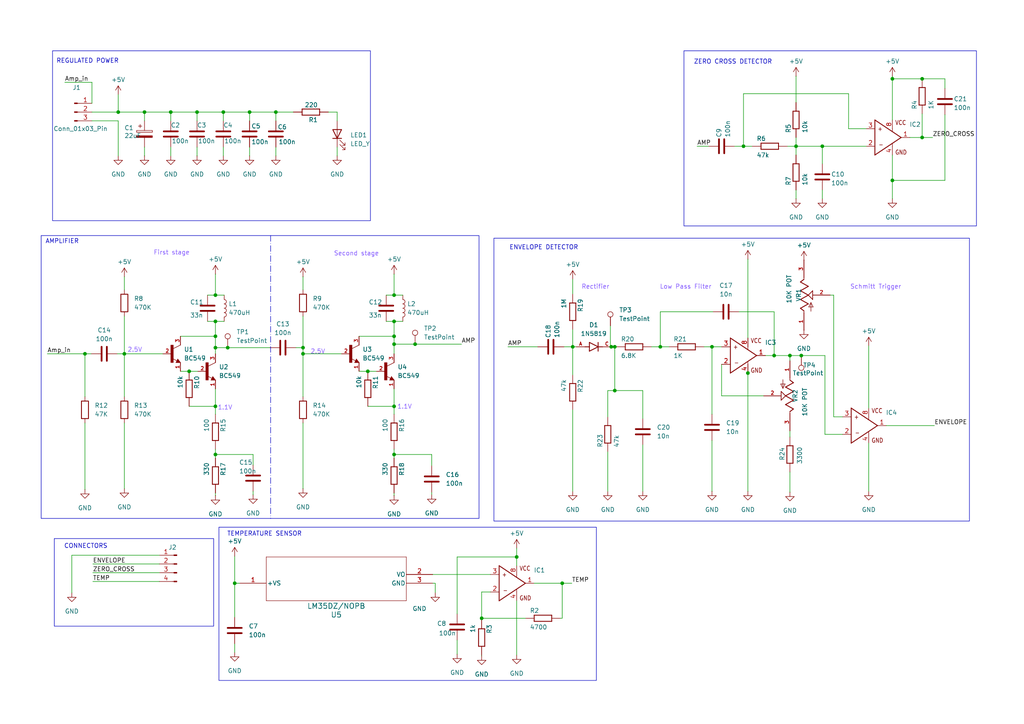
<source format=kicad_sch>
(kicad_sch (version 20231120) (generator "eeschema") (generator_version "8.0")
  (paper "A4")
  (title_block (title "Analog Board") (date "2024-10-18") (rev "V1.0") (company "University of Cape Town") (comment 1 "@Author Dylan Kuming"))
  (lib_symbols
    (symbol "1N5819:1N5819" (pin_names (offset 1.016))
      (property "Reference" "D" (at -5.08 2.54 0))
      (property "Value" "1N5819" (at -5.08 -3.81 0))
      (symbol "1N5819_0_0"
        (pin passive line (at -5.08 0 0) (length 2.54) (name "~") (number "A"))
        (pin passive line (at 5.08 0 180) (length 2.54) (name "~") (number "C"))
      )
    )
    (symbol "2024-08-28_08-38-20:LM35DZ_NOPB" (pin_names (offset 0.254))
      (property "Reference" "U" (at 27.94 10.16 0))
      (property "Value" "LM35DZ/NOPB" (at 27.94 7.62 0))
      (symbol "LM35DZ_NOPB_0_1"
        (pin input line (at 0 0 0) (length 7.62) (name "+VS") (number "1"))
        (pin passive line (at 55.88 -2.54 180) (length 7.62) (name "VO") (number "2"))
        (pin output line (at 55.88 0 180) (length 7.62) (name "GND") (number "3"))
      )
    )
    (symbol "3362P-1-503LF:3362P-1-503LF" (pin_names (offset 1.016))
      (property "Reference" "VR" (at -10.1818 2.5465 0))
      (property "Value" "3362P-1-503LF" (at -10.1645 -7.6423 0))
      (symbol "3362P-1-503LF_0_0"
        (pin passive line (at -10.16 0 0) (length 5.08) (name "~") (number "1"))
        (pin passive line (at 0 -7.62 90) (length 5.08) (name "~") (number "2"))
        (pin passive line (at 10.16 0 180) (length 5.08) (name "~") (number "3"))
      )
    )
    (symbol "Anemometer-eagle-import:RESISTORR0805"
      (property "Reference" "R" (at -3.81 1.4986 0))
      (symbol "RESISTORR0805_1_0"
        (pin passive line (at -5.08 0 0) (length 2.54) (name "1") (number "1"))
        (pin passive line (at 5.08 0 180) (length 2.54) (name "2") (number "2"))
      )
    )
    (symbol "BC549:BC549" (pin_names (offset 1.016))
      (property "Reference" "U" (at 2.54 0.508 0))
      (property "Value" "BC549" (at 2.54 -0.508 0))
      (symbol "BC549_0_0"
        (pin passive line (at 2.54 -5.08 90) (length 2.54) (name "~") (number "1"))
        (pin passive line (at -2.54 0 0) (length 2.54) (name "~") (number "2"))
        (pin passive line (at 2.54 5.08 270) (length 2.54) (name "~") (number "3"))
      )
    )
    (symbol "Connector:Conn_01x03_Pin" (pin_names (offset 1.016) hide)
      (property "Reference" "J" (at 0 5.08 0))
      (property "Value" "Conn_01x03_Pin" (at 0 -5.08 0))
      (symbol "Conn_01x03_Pin_1_1"
        (pin passive line (at 5.08 2.54 180) (length 3.81) (name "Pin_1") (number "1"))
        (pin passive line (at 5.08 0 180) (length 3.81) (name "Pin_2") (number "2"))
        (pin passive line (at 5.08 -2.54 180) (length 3.81) (name "Pin_3") (number "3"))
      )
    )
    (symbol "Connector:Conn_01x04_Pin" (pin_names (offset 1.016) hide)
      (property "Reference" "J" (at 0 5.08 0))
      (property "Value" "Conn_01x04_Pin" (at 0 -7.62 0))
      (symbol "Conn_01x04_Pin_1_1"
        (pin passive line (at 5.08 2.54 180) (length 3.81) (name "Pin_1") (number "1"))
        (pin passive line (at 5.08 0 180) (length 3.81) (name "Pin_2") (number "2"))
        (pin passive line (at 5.08 -2.54 180) (length 3.81) (name "Pin_3") (number "3"))
        (pin passive line (at 5.08 -5.08 180) (length 3.81) (name "Pin_4") (number "4"))
      )
    )
    (symbol "Connector:TestPoint" (pin_numbers hide) (pin_names (offset 0.762) hide)
      (property "Reference" "TP" (at 0 6.858 0))
      (property "Value" "TestPoint" (at 0 5.08 0))
      (symbol "TestPoint_1_1"
        (pin passive line (at 0 0 90) (length 2.54) (name "1") (number "1"))
      )
    )
    (symbol "Device:C" (pin_numbers hide) (pin_names (offset 0.254))
      (property "Reference" "C" (at 0.635 2.54 0))
      (property "Value" "C" (at 0.635 -2.54 0))
      (symbol "C_1_1"
        (pin passive line (at 0 3.81 270) (length 2.794) (name "~") (number "1"))
        (pin passive line (at 0 -3.81 90) (length 2.794) (name "~") (number "2"))
      )
    )
    (symbol "Device:C_Polarized" (pin_numbers hide) (pin_names (offset 0.254))
      (property "Reference" "C" (at 0.635 2.54 0))
      (property "Value" "C_Polarized" (at 0.635 -2.54 0))
      (symbol "C_Polarized_1_1"
        (pin passive line (at 0 3.81 270) (length 2.794) (name "~") (number "1"))
        (pin passive line (at 0 -3.81 90) (length 2.794) (name "~") (number "2"))
      )
    )
    (symbol "Device:L" (pin_numbers hide) (pin_names (offset 1.016) hide)
      (property "Reference" "L" (at -1.27 0 90))
      (property "Value" "L" (at 1.905 0 90))
      (symbol "L_1_1"
        (pin passive line (at 0 3.81 270) (length 1.27) (name "1") (number "1"))
        (pin passive line (at 0 -3.81 90) (length 1.27) (name "2") (number "2"))
      )
    )
    (symbol "Device:LED" (pin_numbers hide) (pin_names (offset 1.016) hide)
      (property "Reference" "D" (at 0 2.54 0))
      (property "Value" "LED" (at 0 -2.54 0))
      (symbol "LED_1_1"
        (pin passive line (at -3.81 0 0) (length 2.54) (name "K") (number "1"))
        (pin passive line (at 3.81 0 180) (length 2.54) (name "A") (number "2"))
      )
    )
    (symbol "Device:R" (pin_numbers hide) (pin_names (offset 0))
      (property "Reference" "R" (at 2.032 0 90))
      (property "Value" "R" (at 0 0 90))
      (symbol "R_1_1"
        (pin passive line (at 0 3.81 270) (length 1.27) (name "~") (number "1"))
        (pin passive line (at 0 -3.81 90) (length 1.27) (name "~") (number "2"))
      )
    )
    (symbol "MCP6541_2"
      (property "Reference" "IC1" (at 6.604 3.7786 0))
      (symbol "MCP6541_2_1_0"
        (text "+" (at -4.318 1.778 0) (effects (font (size 1.27 1.0795)) (justify left bottom)))
        (text "-" (at -4.064 -2.794 0) (effects (font (size 1.27 1.0795)) (justify left bottom)))
        (text "GND" (at 0.762 -3.556 0) (effects (font (size 1.27 1.0795)) (justify left top)))
        (text "VCC" (at 0.762 3.556 0) (effects (font (size 1.27 1.0795)) (justify left bottom)))
        (pin output line (at 5.08 0 180) (length 2.54) (name "VOUT") (number "1"))
        (pin input line (at -7.62 -2.54 0) (length 2.54) (name "VIN-") (number "2"))
        (pin input line (at -7.62 2.54 0) (length 2.54) (name "VIN+") (number "3"))
        (pin input line (at 0 -5.08 90) (length 2.54) (name "GND") (number "4"))
        (pin input line (at 0 5.08 270) (length 2.54) (name "VCC") (number "8"))
      )
    )
    (symbol "power:GND" (power) (pin_numbers hide) (pin_names (offset 0) hide)
      (property "Value" "GND" (at 0 -3.81 0))
      (symbol "GND_1_1"
        (pin power_in line (at 0 0 270) (length 0) (name "~") (number "1"))
      )
    )
    (symbol "power:VCC" (power) (pin_numbers hide) (pin_names (offset 0) hide)
      (property "Value" "VCC" (at 0 3.556 0))
      (symbol "VCC_1_1"
        (pin power_in line (at 0 0 90) (length 0) (name "~") (number "1"))
      )
    )
  )
  (junction (at 54.864 107.696))
  (junction (at 66.04 100.838))
  (junction (at 238.506 42.418))
  (junction (at 62.484 85.598))
  (junction (at 114.3 131.826))
  (junction (at 114.3 93.218))
  (junction (at 229.108 103.124))
  (junction (at 191.516 100.584))
  (junction (at 62.484 131.826))
  (junction (at 163.068 169.164))
  (junction (at 114.3 99.822))
  (junction (at 177.292 100.584))
  (junction (at 114.3 85.598))
  (junction (at 106.68 107.696))
  (junction (at 216.916 108.204))
  (junction (at 41.91 32.512))
  (junction (at 72.39 32.512))
  (junction (at 258.826 52.324))
  (junction (at 36.068 102.616))
  (junction (at 224.536 103.124))
  (junction (at 258.826 22.86))
  (junction (at 114.3 97.536))
  (junction (at 87.884 102.616))
  (junction (at 87.884 100.838))
  (junction (at 24.638 102.616))
  (junction (at 49.53 32.512))
  (junction (at 178.308 113.284))
  (junction (at 206.502 100.584))
  (junction (at 62.484 100.838))
  (junction (at 34.29 32.512))
  (junction (at 215.646 42.418))
  (junction (at 166.116 100.584))
  (junction (at 62.484 117.856))
  (junction (at 62.484 93.218))
  (junction (at 230.886 42.418))
  (junction (at 178.308 100.584))
  (junction (at 267.462 39.878))
  (junction (at 120.396 99.822))
  (junction (at 232.41 103.124))
  (junction (at 64.77 32.512))
  (junction (at 114.3 117.856))
  (junction (at 267.462 22.86))
  (junction (at 68.072 169.164))
  (junction (at 57.15 32.512))
  (junction (at 62.484 97.536))
  (junction (at 139.7 179.324))
  (junction (at 80.01 32.512))
  (junction (at 149.86 161.544))
  (wire (pts (xy 232.41 103.124) (xy 239.268 103.124)) (stroke (width 0.1524)))
  (wire (pts (xy 149.86 189.992) (xy 149.86 174.244)) (stroke (width 0.1524)))
  (wire (pts (xy 206.502 127.762) (xy 206.502 142.494)))
  (wire (pts (xy 26.162 161.036) (xy 46.228 161.036)) (stroke (width 0.1524)))
  (wire (pts (xy 104.14 107.696) (xy 106.68 107.696)))
  (wire (pts (xy 60.198 93.218) (xy 62.484 93.218)))
  (wire (pts (xy 49.53 45.212) (xy 49.53 42.672)) (stroke (width 0.1524)))
  (wire (pts (xy 72.39 32.512) (xy 80.01 32.512)) (stroke (width 0.1524)))
  (wire (pts (xy 112.014 93.218) (xy 114.3 93.218)))
  (wire (pts (xy 41.91 35.052) (xy 41.91 32.512)) (stroke (width 0.1524)))
  (wire (pts (xy 68.072 161.29) (xy 68.072 169.164)))
  (wire (pts (xy 106.68 117.856) (xy 114.3 117.856)) (stroke (width 0.1524)))
  (wire (pts (xy 62.484 93.218) (xy 62.484 97.536)))
  (wire (pts (xy 215.646 27.178) (xy 246.126 27.178)) (stroke (width 0.1524)))
  (wire (pts (xy 72.39 45.212) (xy 72.39 42.672)) (stroke (width 0.1524)))
  (wire (pts (xy 114.3 131.826) (xy 114.3 132.842)) (stroke (width 0.1524)))
  (wire (pts (xy 215.646 42.418) (xy 215.646 27.178)) (stroke (width 0.1524)))
  (wire (pts (xy 132.588 161.544) (xy 149.86 161.544)) (stroke (width 0.1524)))
  (wire (pts (xy 60.198 85.598) (xy 62.484 85.598)))
  (wire (pts (xy 178.308 100.584) (xy 178.816 100.584)))
  (wire (pts (xy 36.068 102.616) (xy 47.244 102.616)))
  (wire (pts (xy 41.91 42.672) (xy 41.91 45.212)) (stroke (width 0.1524)))
  (wire (pts (xy 114.3 131.826) (xy 125.222 131.826)) (stroke (width 0.1524)))
  (wire (pts (xy 125.476 166.624) (xy 142.24 166.624)))
  (wire (pts (xy 186.436 129.032) (xy 186.436 142.494)))
  (wire (pts (xy 238.506 57.658) (xy 238.506 55.118)) (stroke (width 0.1524)))
  (wire (pts (xy 230.886 42.418) (xy 230.886 39.878)) (stroke (width 0.1524)))
  (wire (pts (xy 57.15 45.212) (xy 57.15 42.672)) (stroke (width 0.1524)))
  (wire (pts (xy 218.186 42.418) (xy 215.646 42.418)) (stroke (width 0.1524)))
  (wire (pts (xy 206.756 90.424) (xy 191.516 90.424)) (stroke (width 0.1524)))
  (wire (pts (xy 229.108 103.124) (xy 232.41 103.124)) (stroke (width 0.1524)))
  (wire (pts (xy 72.39 35.052) (xy 72.39 32.512)) (stroke (width 0.1524)))
  (wire (pts (xy 62.484 143.002) (xy 62.484 143.764)))
  (wire (pts (xy 87.884 122.682) (xy 87.884 141.732)))
  (wire (pts (xy 206.502 100.584) (xy 209.296 100.584)) (stroke (width 0.1524)))
  (wire (pts (xy 166.116 100.584) (xy 167.132 100.584)) (stroke (width 0.1524)))
  (wire (pts (xy 80.01 32.512) (xy 85.09 32.512)) (stroke (width 0.1524)))
  (wire (pts (xy 241.808 85.598) (xy 241.808 120.904)))
  (wire (pts (xy 26.924 163.576) (xy 46.228 163.576)) (stroke (width 0.1524)))
  (wire (pts (xy 62.484 120.142) (xy 62.484 117.856)))
  (wire (pts (xy 216.916 98.044) (xy 216.916 75.184)) (stroke (width 0.1524)))
  (wire (pts (xy 62.484 131.826) (xy 62.484 132.842)) (stroke (width 0.1524)))
  (wire (pts (xy 34.29 27.432) (xy 34.29 32.512)) (stroke (width 0.1524)))
  (wire (pts (xy 191.516 100.584) (xy 194.056 100.584)) (stroke (width 0.1524)))
  (wire (pts (xy 178.308 113.284) (xy 176.276 113.284)) (stroke (width 0.1524)))
  (wire (pts (xy 206.502 100.584) (xy 206.502 120.142)))
  (wire (pts (xy 238.506 42.418) (xy 251.206 42.418)) (stroke (width 0.1524)))
  (wire (pts (xy 251.968 128.524) (xy 251.968 142.494)))
  (wire (pts (xy 258.826 44.958) (xy 258.826 52.324)) (stroke (width 0.1524)))
  (wire (pts (xy 87.884 91.694) (xy 87.884 100.838)))
  (wire (pts (xy 152.4 179.324) (xy 139.7 179.324)) (stroke (width 0.1524)))
  (wire (pts (xy 191.516 90.424) (xy 191.516 100.584)) (stroke (width 0.1524)))
  (wire (pts (xy 20.828 161.036) (xy 26.162 161.036)))
  (wire (pts (xy 274.066 33.274) (xy 274.066 52.324)) (stroke (width 0.1524)))
  (wire (pts (xy 54.864 107.696) (xy 57.404 107.696)))
  (wire (pts (xy 73.406 142.494) (xy 73.406 143.51)))
  (wire (pts (xy 139.7 189.992) (xy 139.7 190.246)))
  (wire (pts (xy 267.462 33.02) (xy 267.462 39.878)))
  (wire (pts (xy 62.484 100.838) (xy 66.04 100.838)))
  (wire (pts (xy 62.484 93.218) (xy 65.024 93.218)))
  (wire (pts (xy 221.488 114.808) (xy 209.296 114.808)))
  (wire (pts (xy 178.816 100.584) (xy 178.308 100.584)) (stroke (width 0.1524)))
  (wire (pts (xy 162.56 179.324) (xy 163.068 179.324)) (stroke (width 0.1524)))
  (wire (pts (xy 114.3 117.856) (xy 114.3 112.776)) (stroke (width 0.1524)))
  (wire (pts (xy 258.826 22.86) (xy 267.462 22.86)))
  (wire (pts (xy 176.276 120.904) (xy 176.276 113.284)) (stroke (width 0.1524)))
  (wire (pts (xy 62.484 79.502) (xy 62.484 85.598)))
  (wire (pts (xy 34.29 35.052) (xy 26.67 35.052)) (stroke (width 0.1524)))
  (wire (pts (xy 178.308 113.284) (xy 186.436 113.284)) (stroke (width 0.1524)))
  (wire (pts (xy 114.3 120.142) (xy 114.3 117.856)))
  (wire (pts (xy 120.396 99.822) (xy 133.858 99.822)) (stroke (width 0.1524)))
  (wire (pts (xy 166.116 100.584) (xy 166.116 108.712)) (stroke (width 0.1524)))
  (wire (pts (xy 106.68 107.696) (xy 109.22 107.696)))
  (wire (pts (xy 49.53 35.052) (xy 49.53 32.512)) (stroke (width 0.1524)))
  (wire (pts (xy 104.14 97.536) (xy 114.3 97.536)))
  (wire (pts (xy 139.7 171.704) (xy 139.7 179.324)) (stroke (width 0.1524)))
  (wire (pts (xy 36.068 102.616) (xy 36.068 115.062)))
  (wire (pts (xy 177.038 100.584) (xy 177.292 100.584)))
  (wire (pts (xy 214.376 90.424) (xy 224.536 90.424)) (stroke (width 0.1524)))
  (wire (pts (xy 68.072 189.23) (xy 68.072 186.69)) (stroke (width 0.1524)))
  (wire (pts (xy 149.86 164.084) (xy 149.86 161.544)) (stroke (width 0.1524)))
  (wire (pts (xy 258.826 52.324) (xy 274.066 52.324)) (stroke (width 0.1524)))
  (wire (pts (xy 62.484 117.856) (xy 62.484 112.776)) (stroke (width 0.1524)))
  (wire (pts (xy 114.3 130.302) (xy 114.3 131.826)) (stroke (width 0.1524)))
  (wire (pts (xy 112.014 85.598) (xy 114.3 85.598)))
  (wire (pts (xy 177.292 100.584) (xy 178.308 100.584)))
  (wire (pts (xy 26.67 23.876) (xy 18.796 23.876)))
  (wire (pts (xy 62.484 97.536) (xy 62.484 100.838)) (stroke (width 0.1524)))
  (wire (pts (xy 188.976 100.584) (xy 191.516 100.584)) (stroke (width 0.1524)))
  (wire (pts (xy 229.108 136.906) (xy 229.108 142.748)))
  (wire (pts (xy 216.916 108.204) (xy 216.916 142.494)))
  (wire (pts (xy 85.852 100.838) (xy 87.884 100.838)))
  (wire (pts (xy 230.886 42.418) (xy 230.886 44.958)) (stroke (width 0.1524)))
  (wire (pts (xy 149.86 161.544) (xy 149.86 159.004)) (stroke (width 0.1524)))
  (wire (pts (xy 163.068 169.164) (xy 163.068 179.324)) (stroke (width 0.1524)))
  (wire (pts (xy 20.828 171.958) (xy 20.828 161.036)))
  (wire (pts (xy 114.3 143.002) (xy 114.3 143.764)))
  (wire (pts (xy 215.646 42.418) (xy 213.106 42.418)) (stroke (width 0.1524)))
  (wire (pts (xy 224.536 103.124) (xy 229.108 103.124)) (stroke (width 0.1524)))
  (wire (pts (xy 176.276 131.064) (xy 176.276 142.494)))
  (wire (pts (xy 41.91 32.512) (xy 49.53 32.512)) (stroke (width 0.1524)))
  (wire (pts (xy 36.068 91.694) (xy 36.068 102.616)))
  (wire (pts (xy 209.296 105.664) (xy 209.296 113.284)) (stroke (width 0.1524)))
  (wire (pts (xy 36.068 122.682) (xy 36.068 141.732)))
  (wire (pts (xy 240.792 85.598) (xy 241.808 85.598)))
  (wire (pts (xy 34.29 32.512) (xy 41.91 32.512)) (stroke (width 0.1524)))
  (wire (pts (xy 87.884 80.264) (xy 87.884 84.074)))
  (wire (pts (xy 26.924 166.116) (xy 46.228 166.116)) (stroke (width 0.1524)))
  (wire (pts (xy 230.886 29.718) (xy 230.886 22.098)) (stroke (width 0.1524)))
  (wire (pts (xy 52.324 97.536) (xy 62.484 97.536)))
  (wire (pts (xy 142.24 171.704) (xy 139.7 171.704)) (stroke (width 0.1524)))
  (wire (pts (xy 239.268 103.124) (xy 239.268 125.984)) (stroke (width 0.1524)))
  (wire (pts (xy 87.884 102.616) (xy 99.06 102.616)))
  (wire (pts (xy 97.79 32.512) (xy 97.79 35.052)) (stroke (width 0.1524)))
  (wire (pts (xy 125.222 131.826) (xy 125.222 135.128)) (stroke (width 0.1524)))
  (wire (pts (xy 80.01 45.212) (xy 80.01 42.672)) (stroke (width 0.1524)))
  (wire (pts (xy 68.072 169.164) (xy 69.596 169.164)))
  (wire (pts (xy 80.01 35.052) (xy 80.01 32.512)) (stroke (width 0.1524)))
  (wire (pts (xy 114.3 99.822) (xy 114.3 102.616)) (stroke (width 0.1524)))
  (wire (pts (xy 209.296 114.808) (xy 209.296 113.284)))
  (wire (pts (xy 166.116 95.504) (xy 166.116 100.584)) (stroke (width 0.1524)))
  (wire (pts (xy 163.068 169.164) (xy 165.862 169.164)) (stroke (width 0.1524)))
  (wire (pts (xy 246.126 27.178) (xy 246.126 37.338)) (stroke (width 0.1524)))
  (wire (pts (xy 177.038 94.488) (xy 177.038 100.584)))
  (wire (pts (xy 202.184 42.418) (xy 205.486 42.418)))
  (wire (pts (xy 87.884 102.616) (xy 87.884 115.062)))
  (wire (pts (xy 147.32 100.584) (xy 155.956 100.584)))
  (wire (pts (xy 224.536 103.124) (xy 221.996 103.124)) (stroke (width 0.1524)))
  (wire (pts (xy 258.826 22.098) (xy 258.826 22.86)) (stroke (width 0.1524)))
  (wire (pts (xy 62.484 100.838) (xy 62.484 102.616)) (stroke (width 0.1524)))
  (wire (pts (xy 62.484 85.598) (xy 65.024 85.598)))
  (wire (pts (xy 34.036 102.616) (xy 36.068 102.616)))
  (wire (pts (xy 64.77 35.052) (xy 64.77 32.512)) (stroke (width 0.1524)))
  (wire (pts (xy 274.066 22.86) (xy 274.066 25.654)))
  (wire (pts (xy 139.7 179.832) (xy 139.7 179.324)) (stroke (width 0.1524)))
  (wire (pts (xy 34.29 35.052) (xy 34.29 45.212)) (stroke (width 0.1524)))
  (wire (pts (xy 229.108 103.124) (xy 229.108 104.648)))
  (wire (pts (xy 24.638 115.062) (xy 24.638 102.616)))
  (wire (pts (xy 68.072 169.164) (xy 68.072 179.07)) (stroke (width 0.1524)))
  (wire (pts (xy 62.484 131.826) (xy 73.406 131.826)) (stroke (width 0.1524)))
  (wire (pts (xy 13.716 102.616) (xy 24.638 102.616)))
  (wire (pts (xy 166.116 142.494) (xy 166.116 118.872)))
  (wire (pts (xy 126.238 169.164) (xy 126.238 171.958)))
  (wire (pts (xy 114.3 97.536) (xy 114.3 99.822)) (stroke (width 0.1524)))
  (wire (pts (xy 132.588 185.674) (xy 132.588 189.738)) (stroke (width 0.1524)))
  (wire (pts (xy 246.126 37.338) (xy 251.206 37.338)) (stroke (width 0.1524)))
  (wire (pts (xy 204.216 100.584) (xy 206.502 100.584)) (stroke (width 0.1524)))
  (wire (pts (xy 244.348 120.904) (xy 241.808 120.904)) (stroke (width 0.1524)))
  (wire (pts (xy 114.3 79.502) (xy 114.3 85.598)))
  (wire (pts (xy 24.638 122.682) (xy 24.638 141.986)))
  (wire (pts (xy 24.638 102.616) (xy 26.416 102.616)))
  (wire (pts (xy 73.406 131.826) (xy 73.406 134.874)) (stroke (width 0.1524)))
  (wire (pts (xy 229.108 126.746) (xy 229.108 124.968)) (stroke (width 0.1524)))
  (wire (pts (xy 114.3 93.218) (xy 116.84 93.218)))
  (wire (pts (xy 54.864 117.856) (xy 62.484 117.856)) (stroke (width 0.1524)))
  (wire (pts (xy 216.916 107.95) (xy 216.916 108.204)))
  (wire (pts (xy 257.048 123.444) (xy 271.018 123.444)) (stroke (width 0.1524)))
  (wire (pts (xy 267.462 22.86) (xy 274.066 22.86)))
  (wire (pts (xy 57.15 32.512) (xy 64.77 32.512)) (stroke (width 0.1524)))
  (wire (pts (xy 178.308 113.284) (xy 178.308 100.584)) (stroke (width 0.1524)))
  (wire (pts (xy 114.3 85.598) (xy 116.84 85.598)))
  (wire (pts (xy 66.04 100.838) (xy 78.232 100.838)))
  (polyline (pts (xy 78.486 68.326) (xy 78.486 150.368)) (stroke (width 0) (type dash_dot)))
  (wire (pts (xy 125.476 169.164) (xy 126.238 169.164)))
  (wire (pts (xy 49.53 32.512) (xy 57.15 32.512)) (stroke (width 0.1524)))
  (wire (pts (xy 97.79 42.672) (xy 97.79 45.212)) (stroke (width 0.1524)))
  (wire (pts (xy 258.826 52.324) (xy 258.826 57.658)) (stroke (width 0.1524)))
  (wire (pts (xy 64.77 45.212) (xy 64.77 42.672)) (stroke (width 0.1524)))
  (wire (pts (xy 228.346 42.418) (xy 230.886 42.418)) (stroke (width 0.1524)))
  (wire (pts (xy 267.462 39.878) (xy 270.51 39.878)) (stroke (width 0.1524)))
  (wire (pts (xy 230.886 55.118) (xy 230.886 57.658)) (stroke (width 0.1524)))
  (wire (pts (xy 238.506 42.418) (xy 238.506 47.498)) (stroke (width 0.1524)))
  (wire (pts (xy 230.886 42.418) (xy 238.506 42.418)) (stroke (width 0.1524)))
  (wire (pts (xy 224.536 90.424) (xy 224.536 103.124)) (stroke (width 0.1524)))
  (wire (pts (xy 36.068 80.264) (xy 36.068 84.074)))
  (wire (pts (xy 26.67 23.876) (xy 26.67 29.972)))
  (wire (pts (xy 232.41 103.378) (xy 232.41 103.124)))
  (wire (pts (xy 251.968 100.33) (xy 251.968 118.364)))
  (wire (pts (xy 57.15 35.052) (xy 57.15 32.512)) (stroke (width 0.1524)))
  (wire (pts (xy 186.436 113.284) (xy 186.436 121.412)))
  (wire (pts (xy 163.576 100.584) (xy 166.116 100.584)) (stroke (width 0.1524)))
  (wire (pts (xy 166.116 81.026) (xy 166.116 85.344)) (stroke (width 0.1524)))
  (wire (pts (xy 87.884 100.838) (xy 87.884 102.616)))
  (wire (pts (xy 34.29 32.512) (xy 26.67 32.512)) (stroke (width 0.1524)))
  (wire (pts (xy 263.906 39.878) (xy 267.462 39.878)) (stroke (width 0.1524)))
  (wire (pts (xy 239.268 125.984) (xy 244.348 125.984)) (stroke (width 0.1524)))
  (wire (pts (xy 95.25 32.512) (xy 97.79 32.512)) (stroke (width 0.1524)))
  (wire (pts (xy 64.77 32.512) (xy 72.39 32.512)) (stroke (width 0.1524)))
  (wire (pts (xy 258.826 22.86) (xy 258.826 34.798)) (stroke (width 0.1524)))
  (wire (pts (xy 114.3 93.218) (xy 114.3 97.536)))
  (wire (pts (xy 125.222 143.51) (xy 125.222 142.748)))
  (wire (pts (xy 114.3 99.822) (xy 120.396 99.822)) (stroke (width 0.1524)))
  (wire (pts (xy 62.484 130.302) (xy 62.484 131.826)) (stroke (width 0.1524)))
  (wire (pts (xy 52.324 107.696) (xy 54.864 107.696)))
  (wire (pts (xy 132.588 178.054) (xy 132.588 161.544)) (stroke (width 0.1524)))
  (wire (pts (xy 154.94 169.164) (xy 163.068 169.164)) (stroke (width 0.1524)))
  (wire (pts (xy 26.924 168.656) (xy 46.228 168.656)) (stroke (width 0.1524)))
  (rectangle (start 63.5 152.908) (end 172.974 197.358))
  (rectangle (start 143.256 69.088) (end 281.178 151.13))
  (rectangle (start 15.24 14.732) (end 107.442 64.008))
  (rectangle (start 15.748 156.21) (end 61.976 181.61))
  (rectangle (start 11.938 68.326) (end 138.938 150.368))
  (rectangle (start 198.374 14.732) (end 283.21 65.532))
  (text "Second stage\n" (at 103.378 73.66 0) (effects (font (size 1.27 1.27))))
  (text "REGULATED POWER\n" (at 25.4 17.78 0) (effects (font (size 1.27 1.27))))
  (text "ZERO CROSS DETECTOR" (at 212.598 18.034 0) (effects (font (size 1.27 1.27))))
  (text "Low Pass Filter\n" (at 198.882 83.312 0) (effects (font (size 1.27 1.27))))
  (text "First stage" (at 49.784 73.406 0) (effects (font (size 1.27 1.27))))
  (text "TEMPERATURE SENSOR\n" (at 76.708 154.94 0) (effects (font (size 1.27 1.27))))
  (text "Rectifier" (at 172.72 83.312 0) (effects (font (size 1.27 1.27))))
  (text "1.1V\n" (at 65.278 118.364 0) (effects (font (size 1.27 1.27))))
  (text "Schmitt Trigger\n" (at 254 83.312 0) (effects (font (size 1.27 1.27))))
  (text "2.5V" (at 39.116 101.6 0) (effects (font (size 1.27 1.27))))
  (text "CONNECTORS\n" (at 24.892 158.496 0) (effects (font (size 1.27 1.27))))
  (text "AMPLIFIER\n" (at 18.034 70.104 0) (effects (font (size 1.27 1.27))))
  (text "ENVELOPE DETECTOR\n" (at 157.734 71.882 0) (effects (font (size 1.27 1.27))))
  (text "1.1V\n" (at 117.348 118.11 0) (effects (font (size 1.27 1.27))))
  (text "2.5V" (at 92.202 102.108 0) (effects (font (size 1.27 1.27))))
  (label "ZERO_CROSS" (at 26.924 166.116 0) (effects (font (size 1.2446 1.2446))))
  (label "AMP" (at 202.184 42.418 0))
  (label "ZERO_CROSS" (at 270.51 39.878 0) (effects (font (size 1.2446 1.2446))))
  (label "TEMP" (at 26.924 168.656 0) (effects (font (size 1.2446 1.2446))))
  (label "ENVELOPE" (at 26.924 163.576 0) (effects (font (size 1.2446 1.2446))))
  (label "AMP" (at 147.32 100.584 0))
  (label "Amp_in" (at 18.796 23.876 0))
  (label "ENVELOPE" (at 271.018 123.444 0) (effects (font (size 1.2446 1.2446))))
  (label "AMP" (at 133.858 99.822 0))
  (label "Amp_in" (at 13.716 102.616 0))
  (label "TEMP" (at 165.862 169.164 0) (effects (font (size 1.2446 1.2446))))
  (symbol (lib_id "power:GND") (at 186.436 142.494 0) (unit 1)
    (property "Reference" "#PWR041" (effects (hide yes)))
    (property "Value" "GND" (at 186.436 147.828 0))
    (property "Description" "Power symbol creates a global label with name \"GND\" , ground" (effects (hide yes)))
  )
  (symbol (lib_name "MCP6541_2") (lib_id "Anemometer-eagle-import:MCP6541") (at 216.916 103.124 0) (unit 1)
    (property "Reference" "IC3" (at 223.52 99.3454 0))
    (property "Value" "LM358" (effects (hide yes)))
    (property "Footprint" "LM358:DIP794W45P254L959H508Q8" (effects (hide yes)))
  )
  (symbol (lib_id "power:GND") (at 49.53 45.212 0) (unit 1)
    (property "Reference" "#PWR04" (effects (hide yes)))
    (property "Value" "GND" (at 49.53 50.546 0))
    (property "Description" "Power symbol creates a global label with name \"GND\" , ground" (effects (hide yes)))
  )
  (symbol (lib_id "Anemometer-eagle-import:RESISTORR0805") (at 139.7 184.912 270) (unit 1)
    (property "Reference" "R3" (at 141.1986 181.102 0) (effects (justify left bottom)))
    (property "Value" "1k" (at 136.398 181.102 0) (effects (justify left bottom)))
    (property "Footprint" "Resistor_SMD:R_0805_2012Metric" (effects (hide yes)))
  )
  (symbol (lib_id "power:GND") (at 149.86 189.992 0) (unit 1)
    (property "Reference" "#PWR016" (effects (hide yes)))
    (property "Value" "GND" (at 149.86 195.326 0))
    (property "Description" "Power symbol creates a global label with name \"GND\" , ground" (effects (hide yes)))
  )
  (symbol (lib_id "Device:C") (at 57.15 38.862 0) (unit 1)
    (property "Reference" "C3" (at 57.15 36.322 0) (effects (justify left)))
    (property "Value" "100n" (at 57.404 40.894 0) (effects (justify left)))
    (property "Footprint" "Capacitor_SMD:C_0805_2012Metric" (effects (hide yes)))
    (property "Description" "Unpolarized capacitor" (effects (hide yes)))
  )
  (symbol (lib_id "power:GND") (at 36.068 141.732 0) (unit 1)
    (property "Reference" "#PWR026" (effects (hide yes)))
    (property "Value" "GND" (at 36.068 147.066 0))
    (property "Description" "Power symbol creates a global label with name \"GND\" , ground" (effects (hide yes)))
  )
  (symbol (lib_id "power:GND") (at 251.968 142.494 0) (unit 1)
    (property "Reference" "#PWR044" (effects (hide yes)))
    (property "Value" "GND" (at 251.968 147.828 0))
    (property "Description" "Power symbol creates a global label with name \"GND\" , ground" (effects (hide yes)))
  )
  (symbol (lib_id "power:GND") (at 166.116 142.494 0) (unit 1)
    (property "Reference" "#PWR039" (effects (hide yes)))
    (property "Value" "GND" (at 166.116 147.828 0))
    (property "Description" "Power symbol creates a global label with name \"GND\" , ground" (effects (hide yes)))
  )
  (symbol (lib_id "power:VCC") (at 114.3 79.502 0) (unit 1)
    (property "Reference" "#PWR023" (effects (hide yes)))
    (property "Value" "+5V" (at 114.3 75.184 0))
    (property "Description" "Power symbol creates a global label with name \"VCC\"" (effects (hide yes)))
  )
  (symbol (lib_id "power:GND") (at 125.222 143.51 0) (unit 1)
    (property "Reference" "#PWR030" (effects (hide yes)))
    (property "Value" "GND" (at 125.222 148.844 0))
    (property "Description" "Power symbol creates a global label with name \"GND\" , ground" (effects (hide yes)))
  )
  (symbol (lib_id "Connector:TestPoint") (at 66.04 100.838 0) (unit 1)
    (property "Reference" "TP1" (at 68.58 96.2659 0) (effects (justify left)))
    (property "Value" "TestPoint" (at 68.58 98.8059 0) (effects (justify left)))
    (property "Footprint" "TestPoint:TestPoint_Loop_D2.50mm_Drill1.0mm" (effects (hide yes)))
    (property "Description" "test point" (effects (hide yes)))
  )
  (symbol (lib_id "power:GND") (at 126.238 171.958 0) (unit 1)
    (property "Reference" "#PWR012" (effects (hide yes)))
    (property "Value" "GND" (at 121.666 176.53 0))
    (property "Description" "Power symbol creates a global label with name \"GND\" , ground" (effects (hide yes)))
  )
  (symbol (lib_id "Device:C") (at 206.502 123.952 0) (unit 1)
    (property "Reference" "C19" (at 210.566 122.6819 0) (effects (justify left)))
    (property "Value" "10n" (at 210.566 125.2219 0) (effects (justify left)))
    (property "Footprint" "Capacitor_SMD:C_0805_2012Metric" (effects (hide yes)))
    (property "Description" "Unpolarized capacitor" (effects (hide yes)))
  )
  (symbol (lib_id "Device:L") (at 116.84 89.408 0) (unit 1)
    (property "Reference" "L2" (at 118.11 88.1379 0) (effects (justify left)))
    (property "Value" "470uH" (at 118.11 90.6779 0) (effects (justify left)))
    (property "Footprint" "Resistor_THT:R_Axial_Power_L20.0mm_W6.4mm_P5.08mm_Vertical" (effects (hide yes)))
    (property "Description" "Inductor" (effects (hide yes)))
  )
  (symbol (lib_id "Device:LED") (at 97.79 38.862 90) (unit 1)
    (property "Reference" "LED1" (at 101.6 39.1794 90) (effects (justify right)))
    (property "Value" "LED_Y" (at 101.6 41.7194 90) (effects (justify right)))
    (property "Footprint" "LED_SMD:LED_0603_1608Metric" (effects (hide yes)))
    (property "Datasheet" "https://wmsc.lcsc.com/wmsc/upload/file/pdf/v2/lcsc/2306200923_Wurth-Elektronik-150060VS75000_C6848499.pdf" (effects (hide yes)))
    (property "Description" "Light emitting diode" (effects (hide yes)))
  )
  (symbol (lib_id "Anemometer-eagle-import:RESISTORR0805") (at 114.3 137.922 270) (unit 1)
    (property "Reference" "R18" (at 115.7986 134.112 0) (effects (justify left bottom)))
    (property "Value" "330" (at 110.998 134.112 0) (effects (justify left bottom)))
    (property "Footprint" "Resistor_SMD:R_0805_2012Metric" (effects (hide yes)))
  )
  (symbol (lib_id "Device:C") (at 132.588 181.864 0) (unit 1)
    (property "Reference" "C8" (at 126.746 180.848 0) (effects (justify left)))
    (property "Value" "100n" (at 127.254 183.642 0) (effects (justify left)))
    (property "Footprint" "Capacitor_SMD:C_0805_2012Metric" (effects (hide yes)))
    (property "Description" "Unpolarized capacitor" (effects (hide yes)))
  )
  (symbol (lib_id "power:VCC") (at 62.484 79.502 0) (unit 1)
    (property "Reference" "#PWR022" (effects (hide yes)))
    (property "Value" "+5V" (at 62.484 75.184 0))
    (property "Description" "Power symbol creates a global label with name \"VCC\"" (effects (hide yes)))
  )
  (symbol (lib_id "power:GND") (at 73.406 143.51 0) (unit 1)
    (property "Reference" "#PWR029" (effects (hide yes)))
    (property "Value" "GND" (at 73.406 148.844 0))
    (property "Description" "Power symbol creates a global label with name \"GND\" , ground" (effects (hide yes)))
  )
  (symbol (lib_id "Device:L") (at 65.024 89.408 0) (unit 1)
    (property "Reference" "L1" (at 66.294 88.1379 0) (effects (justify left)))
    (property "Value" "470uH" (at 66.294 90.6779 0) (effects (justify left)))
    (property "Footprint" "Resistor_THT:R_Axial_Power_L20.0mm_W6.4mm_P5.08mm_Vertical" (effects (hide yes)))
    (property "Description" "Inductor" (effects (hide yes)))
  )
  (symbol (lib_id "Device:C") (at 238.506 51.308 0) (unit 1)
    (property "Reference" "C10" (at 241.046 50.546 0) (effects (justify left)))
    (property "Value" "100n" (at 241.046 53.086 0) (effects (justify left)))
    (property "Footprint" "Capacitor_SMD:C_0805_2012Metric" (effects (hide yes)))
    (property "Description" "Unpolarized capacitor" (effects (hide yes)))
  )
  (symbol (lib_name "MCP6541_2") (lib_id "Anemometer-eagle-import:MCP6541") (at 258.826 39.878 0) (unit 1)
    (property "Reference" "IC2" (at 265.43 36.0994 0))
    (property "Value" "LM393" (effects (hide yes)))
    (property "Footprint" "LM393N:DIP254P762X508-8" (effects (hide yes)))
  )
  (symbol (lib_id "Device:C_Polarized") (at 41.91 38.862 0) (unit 1)
    (property "Reference" "C1" (at 36.068 37.084 0) (effects (justify left)))
    (property "Value" "22uF" (at 36.068 39.37 0) (effects (justify left)))
    (property "Footprint" "Capacitor_THT:CP_Radial_Tantal_D10.5mm_P5.00mm" (effects (hide yes)))
    (property "Description" "Polarized capacitor" (effects (hide yes)))
  )
  (symbol (lib_id "Device:C") (at 64.77 38.862 0) (unit 1)
    (property "Reference" "C4" (at 64.77 36.322 0) (effects (justify left)))
    (property "Value" "100n" (at 65.024 40.894 0) (effects (justify left)))
    (property "Footprint" "Capacitor_SMD:C_0805_2012Metric" (effects (hide yes)))
    (property "Description" "Unpolarized capacitor" (effects (hide yes)))
  )
  (symbol (lib_id "power:GND") (at 216.916 142.494 0) (unit 1)
    (property "Reference" "#PWR043" (effects (hide yes)))
    (property "Value" "GND" (at 216.916 147.828 0))
    (property "Description" "Power symbol creates a global label with name \"GND\" , ground" (effects (hide yes)))
  )
  (symbol (lib_id "Anemometer-eagle-import:RESISTORR0805") (at 157.48 179.324 0) (unit 1)
    (property "Reference" "R2" (at 153.67 177.8254 0) (effects (justify left bottom)))
    (property "Value" "4700" (at 153.67 182.626 0) (effects (justify left bottom)))
    (property "Footprint" "Resistor_SMD:R_0805_2012Metric" (effects (hide yes)))
  )
  (symbol (lib_id "Device:C") (at 49.53 38.862 0) (unit 1)
    (property "Reference" "C2" (at 49.53 36.322 0) (effects (justify left)))
    (property "Value" "100n" (at 49.784 40.894 0) (effects (justify left)))
    (property "Footprint" "Capacitor_SMD:C_0805_2012Metric" (effects (hide yes)))
    (property "Description" "Unpolarized capacitor" (effects (hide yes)))
  )
  (symbol (lib_id "Device:R") (at 87.884 87.884 0) (unit 1)
    (property "Reference" "R9" (at 90.678 86.6139 0) (effects (justify left)))
    (property "Value" "470K" (at 90.678 89.1539 0) (effects (justify left)))
    (property "Footprint" "Resistor_SMD:R_0805_2012Metric" (effects (hide yes)))
    (property "Description" "Resistor" (effects (hide yes)))
  )
  (symbol (lib_id "power:GND") (at 139.7 190.246 0) (unit 1)
    (property "Reference" "#PWR015" (effects (hide yes)))
    (property "Value" "GND" (at 139.7 195.58 0))
    (property "Description" "Power symbol creates a global label with name \"GND\" , ground" (effects (hide yes)))
  )
  (symbol (lib_id "power:GND") (at 206.502 142.494 0) (unit 1)
    (property "Reference" "#PWR042" (effects (hide yes)))
    (property "Value" "GND" (at 206.502 147.828 0))
    (property "Description" "Power symbol creates a global label with name \"GND\" , ground" (effects (hide yes)))
  )
  (symbol (lib_id "Device:R") (at 36.068 118.872 0) (unit 1)
    (property "Reference" "R13" (at 38.862 117.6019 0) (effects (justify left)))
    (property "Value" "470K" (at 38.862 120.1419 0) (effects (justify left)))
    (property "Footprint" "Resistor_SMD:R_0805_2012Metric" (effects (hide yes)))
    (property "Description" "Resistor" (effects (hide yes)))
  )
  (symbol (lib_id "3362P-1-503LF:3362P-1-503LF") (at 233.172 85.598 90) (unit 1)
    (property "Reference" "VR1" (at 231.648 85.598 0))
    (property "Value" "10K POT" (at 228.854 83.82 0))
    (property "Footprint" "3362P-1-503LF:TRIM_3362P-1-503LF" (effects (hide yes)))
    (property "MF" "Bourns" (effects (hide yes)))
    (property "Description_1" "\n1/4 Sq, Thru-Hole, TRIMMER, 50 Kilohms, Cermet, Single Turn | Bourns 3362P-1-503LF\n" (effects (hide yes)))
    (property "Package" "3362P-1 Bourns Inc." (effects (hide yes)))
    (property "Price" "None" (effects (hide yes)))
    (property "STANDARD" "Manufacturer Recommendation" (effects (hide yes)))
    (property "PARTREV" "08/26/10" (effects (hide yes)))
    (property "SnapEDA_Link" "https://www.snapeda.com/parts/3362P-1-503LF/Bourns+-+J.W.+Miller/view-part/?ref=snap" (effects (hide yes)))
    (property "MP" "3362P-1-503LF" (effects (hide yes)))
    (property "Purchase-URL" "https://www.snapeda.com/api/url_track_click_mouser/?unipart_id=55774&manufacturer=Bourns&part_name=3362P-1-503LF&search_term=3362p-1-503lf" (effects (hide yes)))
    (property "Availability" "Not in stock" (effects (hide yes)))
    (property "Check_prices" "https://www.snapeda.com/parts/3362P-1-503LF/Bourns+-+J.W.+Miller/view-part/?ref=eda" (effects (hide yes)))
  )
  (symbol (lib_id "power:VCC") (at 149.86 159.004 0) (unit 1)
    (property "Reference" "#PWR010" (effects (hide yes)))
    (property "Value" "+5V" (at 149.86 154.686 0))
    (property "Description" "Power symbol creates a global label with name \"VCC\"" (effects (hide yes)))
  )
  (symbol (lib_id "power:GND") (at 238.506 57.658 0) (unit 1)
    (property "Reference" "#PWR020" (effects (hide yes)))
    (property "Value" "GND" (at 238.506 62.992 0))
    (property "Description" "Power symbol creates a global label with name \"GND\" , ground" (effects (hide yes)))
  )
  (symbol (lib_id "power:VCC") (at 166.116 81.026 0) (unit 1)
    (property "Reference" "#PWR036" (effects (hide yes)))
    (property "Value" "+5V" (at 166.116 76.708 0))
    (property "Description" "Power symbol creates a global label with name \"VCC\"" (effects (hide yes)))
  )
  (symbol (lib_id "power:GND") (at 57.15 45.212 0) (unit 1)
    (property "Reference" "#PWR05" (effects (hide yes)))
    (property "Value" "GND" (at 57.15 50.546 0))
    (property "Description" "Power symbol creates a global label with name \"GND\" , ground" (effects (hide yes)))
  )
  (symbol (lib_id "Anemometer-eagle-import:RESISTORR0805") (at 54.864 112.776 270) (unit 1)
    (property "Reference" "R10" (at 56.3626 108.966 0) (effects (justify left bottom)))
    (property "Value" "10k" (at 51.562 108.966 0) (effects (justify left bottom)))
    (property "Footprint" "Resistor_SMD:R_0805_2012Metric" (effects (hide yes)))
  )
  (symbol (lib_id "Anemometer-eagle-import:RESISTORR0805") (at 230.886 34.798 90) (unit 1)
    (property "Reference" "R5" (at 229.3874 38.608 0) (effects (justify left bottom)))
    (property "Value" "10k" (at 234.188 38.608 0) (effects (justify left bottom)))
    (property "Footprint" "Resistor_SMD:R_0805_2012Metric" (effects (hide yes)))
  )
  (symbol (lib_id "Anemometer-eagle-import:RESISTORR0805") (at 90.17 32.512 180) (unit 1)
    (property "Reference" "R1" (at 92.202 34.036 0) (effects (justify left bottom)))
    (property "Value" "220" (at 92.202 29.718 0) (effects (justify left bottom)))
    (property "Footprint" "Resistor_SMD:R_0805_2012Metric" (effects (hide yes)))
  )
  (symbol (lib_id "Anemometer-eagle-import:RESISTORR0805") (at 114.3 125.222 270) (unit 1)
    (property "Reference" "R16" (at 115.7986 121.412 0) (effects (justify left bottom)))
    (property "Value" "100" (at 110.998 121.412 0) (effects (justify left bottom)))
    (property "Footprint" "Resistor_SMD:R_0805_2012Metric" (effects (hide yes)))
  )
  (symbol (lib_id "Device:C") (at 186.436 125.222 0) (unit 1)
    (property "Reference" "C20" (at 190.5 123.9519 0) (effects (justify left)))
    (property "Value" "10n" (at 190.5 126.4919 0) (effects (justify left)))
    (property "Footprint" "Capacitor_SMD:C_0805_2012Metric" (effects (hide yes)))
    (property "Description" "Unpolarized capacitor" (effects (hide yes)))
  )
  (symbol (lib_id "Device:C") (at 112.014 89.408 0) (unit 1)
    (property "Reference" "C12" (at 106.934 87.63 0) (effects (justify left)))
    (property "Value" "33n" (at 106.934 91.44 0) (effects (justify left)))
    (property "Footprint" "Capacitor_SMD:C_0805_2012Metric" (effects (hide yes)))
    (property "Description" "Unpolarized capacitor" (effects (hide yes)))
  )
  (symbol (lib_id "Anemometer-eagle-import:RESISTORR0805") (at 199.136 100.584 0) (unit 1)
    (property "Reference" "R21" (at 195.326 99.0854 0) (effects (justify left bottom)))
    (property "Value" "1K" (at 195.326 103.886 0) (effects (justify left bottom)))
    (property "Footprint" "Resistor_SMD:R_0805_2012Metric" (effects (hide yes)))
  )
  (symbol (lib_id "Device:C") (at 73.406 138.684 0) (unit 1)
    (property "Reference" "C15" (at 69.342 134.112 0) (effects (justify left)))
    (property "Value" "100n" (at 69.342 136.652 0) (effects (justify left)))
    (property "Footprint" "Capacitor_SMD:C_0805_2012Metric" (effects (hide yes)))
    (property "Description" "Unpolarized capacitor" (effects (hide yes)))
  )
  (symbol (lib_id "power:GND") (at 97.79 45.212 0) (unit 1)
    (property "Reference" "#PWR09" (effects (hide yes)))
    (property "Value" "GND" (at 97.79 50.546 0))
    (property "Description" "Power symbol creates a global label with name \"GND\" , ground" (effects (hide yes)))
  )
  (symbol (lib_id "Device:C") (at 68.072 182.88 0) (unit 1)
    (property "Reference" "C7" (at 72.136 181.6099 0) (effects (justify left)))
    (property "Value" "100n" (at 72.136 184.1499 0) (effects (justify left)))
    (property "Footprint" "Capacitor_SMD:C_0805_2012Metric" (effects (hide yes)))
    (property "Description" "Unpolarized capacitor" (effects (hide yes)))
  )
  (symbol (lib_id "Anemometer-eagle-import:RESISTORR0805") (at 230.886 50.038 90) (unit 1)
    (property "Reference" "R7" (at 229.3874 53.848 0) (effects (justify left bottom)))
    (property "Value" "10k" (at 234.188 53.848 0) (effects (justify left bottom)))
    (property "Footprint" "Resistor_SMD:R_0805_2012Metric" (effects (hide yes)))
  )
  (symbol (lib_id "power:GND") (at 20.828 171.958 0) (unit 1)
    (property "Reference" "#PWR033" (effects (hide yes)))
    (property "Value" "GND" (at 20.828 177.292 0))
    (property "Description" "Power symbol creates a global label with name \"GND\" , ground" (effects (hide yes)))
  )
  (symbol (lib_id "power:VCC") (at 230.886 22.098 0) (unit 1)
    (property "Reference" "#PWR017" (effects (hide yes)))
    (property "Value" "+5V" (at 230.886 17.78 0))
    (property "Description" "Power symbol creates a global label with name \"VCC\"" (effects (hide yes)))
  )
  (symbol (lib_id "Anemometer-eagle-import:RESISTORR0805") (at 229.108 131.826 90) (unit 1)
    (property "Reference" "R24" (at 227.584 133.604 0) (effects (justify left bottom)))
    (property "Value" "3300" (at 232.664 134.62 0) (effects (justify left bottom)))
    (property "Footprint" "Resistor_SMD:R_0805_2012Metric" (effects (hide yes)))
  )
  (symbol (lib_id "Device:C") (at 72.39 38.862 0) (unit 1)
    (property "Reference" "C5" (at 72.898 36.576 0) (effects (justify left)))
    (property "Value" "100n" (at 72.898 41.148 0) (effects (justify left)))
    (property "Footprint" "Capacitor_SMD:C_0805_2012Metric" (effects (hide yes)))
    (property "Description" "Unpolarized capacitor" (effects (hide yes)))
  )
  (symbol (lib_id "Device:R") (at 36.068 87.884 0) (unit 1)
    (property "Reference" "R8" (at 38.862 86.6139 0) (effects (justify left)))
    (property "Value" "470K" (at 38.862 89.1539 0) (effects (justify left)))
    (property "Footprint" "Resistor_SMD:R_0805_2012Metric" (effects (hide yes)))
    (property "Description" "Resistor" (effects (hide yes)))
  )
  (symbol (lib_id "Anemometer-eagle-import:RESISTORR0805") (at 106.68 112.776 270) (unit 1)
    (property "Reference" "R11" (at 108.1786 108.966 0) (effects (justify left bottom)))
    (property "Value" "10k" (at 103.378 108.966 0) (effects (justify left bottom)))
    (property "Footprint" "Resistor_SMD:R_0805_2012Metric" (effects (hide yes)))
  )
  (symbol (lib_id "Anemometer-eagle-import:RESISTORR0805") (at 62.484 125.222 270) (unit 1)
    (property "Reference" "R15" (at 63.9826 121.412 0) (effects (justify left bottom)))
    (property "Value" "100" (at 59.182 121.412 0) (effects (justify left bottom)))
    (property "Footprint" "Resistor_SMD:R_0805_2012Metric" (effects (hide yes)))
  )
  (symbol (lib_id "power:GND") (at 62.484 143.764 0) (unit 1)
    (property "Reference" "#PWR031" (effects (hide yes)))
    (property "Value" "GND" (at 62.484 149.098 0))
    (property "Description" "Power symbol creates a global label with name \"GND\" , ground" (effects (hide yes)))
  )
  (symbol (lib_id "1N5819:1N5819") (at 172.212 100.584 0) (unit 1)
    (property "Reference" "D1" (at 172.212 94.234 0))
    (property "Value" "1N5819" (at 172.212 96.774 0))
    (property "Footprint" "1N5819 diode:DIOAD1036W78L470D235" (effects (hide yes)))
    (property "MF" "Taiwan Semiconductor" (effects (hide yes)))
    (property "MAXIMUM_PACKAGE_HEIGHT" "2.70 mm" (effects (hide yes)))
    (property "Package" "DO-41-2 Taiwan Semiconductor" (effects (hide yes)))
    (property "Price" "None" (effects (hide yes)))
    (property "Check_prices" "https://www.snapeda.com/parts/1N5819/Taiwan+Semiconductor/view-part/?ref=eda" (effects (hide yes)))
    (property "STANDARD" "IPC-7351B" (effects (hide yes)))
    (property "PARTREV" "P2104" (effects (hide yes)))
    (property "SnapEDA_Link" "https://www.snapeda.com/parts/1N5819/Taiwan+Semiconductor/view-part/?ref=snap" (effects (hide yes)))
    (property "MP" "1N5819" (effects (hide yes)))
    (property "Description_1" "\n1A, 40V, Planar Schottky\n" (effects (hide yes)))
    (property "Availability" "In Stock" (effects (hide yes)))
    (property "MANUFACTURER" "Taiwan Semiconductor" (effects (hide yes)))
  )
  (symbol (lib_id "Device:C") (at 209.296 42.418 90) (unit 1)
    (property "Reference" "C9" (at 208.534 39.878 0) (effects (justify left)))
    (property "Value" "100n" (at 211.074 39.878 0) (effects (justify left)))
    (property "Footprint" "Capacitor_SMD:C_0805_2012Metric" (effects (hide yes)))
    (property "Description" "Unpolarized capacitor" (effects (hide yes)))
  )
  (symbol (lib_id "Connector:TestPoint") (at 232.41 103.378 180) (unit 1)
    (property "Reference" "TP4" (at 232.918 105.918 0) (effects (justify right)))
    (property "Value" "TestPoint" (at 229.87 108.204 0) (effects (justify right)))
    (property "Footprint" "TestPoint:TestPoint_Loop_D2.50mm_Drill1.0mm" (effects (hide yes)))
    (property "Description" "test point" (effects (hide yes)))
  )
  (symbol (lib_id "Device:C") (at 80.01 38.862 0) (unit 1)
    (property "Reference" "C6" (at 80.518 36.83 0) (effects (justify left)))
    (property "Value" "100n" (at 80.772 41.148 0) (effects (justify left)))
    (property "Footprint" "Capacitor_SMD:C_0805_2012Metric" (effects (hide yes)))
    (property "Description" "Unpolarized capacitor" (effects (hide yes)))
  )
  (symbol (lib_id "BC549:BC549") (at 59.944 107.696 0) (unit 1)
    (property "Reference" "U2" (at 63.5 106.4259 0) (effects (justify left)))
    (property "Value" "BC549" (at 63.5 108.9659 0) (effects (justify left)))
    (property "Footprint" "BC549 darlington:TO92" (effects (hide yes)))
    (property "MF" "ON" (effects (hide yes)))
    (property "Description_1" "\nBipolar (BJT) Transistor NPN 30 V 100 mA 300MHz 500 mW Through Hole TO-92-3\n" (effects (hide yes)))
    (property "Package" "E-PKG AXIAL-LEADED-2 ON Semiconductor" (effects (hide yes)))
    (property "Price" "None" (effects (hide yes)))
    (property "SnapEDA_Link" "https://www.snapeda.com/parts/BC549/Onsemi/view-part/?ref=snap" (effects (hide yes)))
    (property "MP" "BC549" (effects (hide yes)))
    (property "Availability" "In Stock" (effects (hide yes)))
    (property "Check_prices" "https://www.snapeda.com/parts/BC549/Onsemi/view-part/?ref=eda" (effects (hide yes)))
  )
  (symbol (lib_id "power:GND") (at 72.39 45.212 0) (unit 1)
    (property "Reference" "#PWR07" (effects (hide yes)))
    (property "Value" "GND" (at 72.39 50.546 0))
    (property "Description" "Power symbol creates a global label with name \"GND\" , ground" (effects (hide yes)))
  )
  (symbol (lib_id "Device:C") (at 60.198 89.408 0) (unit 1)
    (property "Reference" "C11" (at 55.118 87.63 0) (effects (justify left)))
    (property "Value" "33n" (at 55.118 91.44 0) (effects (justify left)))
    (property "Footprint" "Capacitor_SMD:C_0805_2012Metric" (effects (hide yes)))
    (property "Description" "Unpolarized capacitor" (effects (hide yes)))
  )
  (symbol (lib_id "power:GND") (at 34.29 45.212 0) (unit 1)
    (property "Reference" "#PWR02" (effects (hide yes)))
    (property "Value" "GND" (at 34.29 50.546 0))
    (property "Description" "Power symbol creates a global label with name \"GND\" , ground" (effects (hide yes)))
  )
  (symbol (lib_id "power:VCC") (at 68.072 161.29 0) (unit 1)
    (property "Reference" "#PWR011" (effects (hide yes)))
    (property "Value" "+5V" (at 68.072 156.972 0))
    (property "Description" "Power symbol creates a global label with name \"VCC\"" (effects (hide yes)))
  )
  (symbol (lib_id "Anemometer-eagle-import:RESISTORR0805") (at 183.896 100.584 0) (unit 1)
    (property "Reference" "R20" (at 180.086 99.0854 0) (effects (justify left bottom)))
    (property "Value" "6.8K" (at 180.086 103.886 0) (effects (justify left bottom)))
    (property "Footprint" "Resistor_SMD:R_0805_2012Metric" (effects (hide yes)))
  )
  (symbol (lib_id "Device:C") (at 82.042 100.838 90) (unit 1)
    (property "Reference" "C13" (at 82.042 93.98 90))
    (property "Value" "100n" (at 82.042 96.52 90))
    (property "Footprint" "Capacitor_SMD:C_0805_2012Metric" (effects (hide yes)))
    (property "Description" "Unpolarized capacitor" (effects (hide yes)))
  )
  (symbol (lib_id "power:VCC") (at 258.826 22.098 0) (unit 1)
    (property "Reference" "#PWR018" (effects (hide yes)))
    (property "Value" "+5V" (at 258.826 17.78 0))
    (property "Description" "Power symbol creates a global label with name \"VCC\"" (effects (hide yes)))
  )
  (symbol (lib_id "Anemometer-eagle-import:RESISTORR0805") (at 62.484 137.922 270) (unit 1)
    (property "Reference" "R17" (at 63.9826 134.112 0) (effects (justify left bottom)))
    (property "Value" "330" (at 59.182 134.112 0) (effects (justify left bottom)))
    (property "Footprint" "Resistor_SMD:R_0805_2012Metric" (effects (hide yes)))
  )
  (symbol (lib_id "Device:C") (at 159.766 100.584 90) (unit 1)
    (property "Reference" "C18" (at 159.004 98.044 0) (effects (justify left)))
    (property "Value" "100n" (at 161.544 98.044 0) (effects (justify left)))
    (property "Footprint" "Capacitor_SMD:C_0805_2012Metric" (effects (hide yes)))
    (property "Description" "Unpolarized capacitor" (effects (hide yes)))
  )
  (symbol (lib_id "BC549:BC549") (at 101.6 102.616 0) (unit 1)
    (property "Reference" "U3" (at 105.156 101.3459 0) (effects (justify left)))
    (property "Value" "BC549" (at 105.156 103.8859 0) (effects (justify left)))
    (property "Footprint" "BC549 darlington:TO92" (effects (hide yes)))
    (property "MF" "ON" (effects (hide yes)))
    (property "Description_1" "\nBipolar (BJT) Transistor NPN 30 V 100 mA 300MHz 500 mW Through Hole TO-92-3\n" (effects (hide yes)))
    (property "Package" "E-PKG AXIAL-LEADED-2 ON Semiconductor" (effects (hide yes)))
    (property "Price" "None" (effects (hide yes)))
    (property "SnapEDA_Link" "https://www.snapeda.com/parts/BC549/Onsemi/view-part/?ref=snap" (effects (hide yes)))
    (property "MP" "BC549" (effects (hide yes)))
    (property "Availability" "In Stock" (effects (hide yes)))
    (property "Check_prices" "https://www.snapeda.com/parts/BC549/Onsemi/view-part/?ref=eda" (effects (hide yes)))
  )
  (symbol (lib_id "power:GND") (at 41.91 45.212 0) (unit 1)
    (property "Reference" "#PWR03" (effects (hide yes)))
    (property "Value" "GND" (at 41.91 50.546 0))
    (property "Description" "Power symbol creates a global label with name \"GND\" , ground" (effects (hide yes)))
  )
  (symbol (lib_id "power:GND") (at 230.886 57.658 0) (unit 1)
    (property "Reference" "#PWR019" (effects (hide yes)))
    (property "Value" "GND" (at 230.886 62.992 0))
    (property "Description" "Power symbol creates a global label with name \"GND\" , ground" (effects (hide yes)))
  )
  (symbol (lib_id "power:GND") (at 68.072 189.23 0) (unit 1)
    (property "Reference" "#PWR013" (effects (hide yes)))
    (property "Value" "GND" (at 68.072 194.564 0))
    (property "Description" "Power symbol creates a global label with name \"GND\" , ground" (effects (hide yes)))
  )
  (symbol (lib_id "Anemometer-eagle-import:RESISTORR0805") (at 166.116 90.424 270) (unit 1)
    (property "Reference" "R19" (at 167.6146 86.614 0) (effects (justify left bottom)))
    (property "Value" "1M" (at 162.814 86.614 0) (effects (justify left bottom)))
    (property "Footprint" "Resistor_SMD:R_0805_2012Metric" (effects (hide yes)))
  )
  (symbol (lib_id "power:VCC") (at 34.29 27.432 0) (unit 1)
    (property "Reference" "#PWR01" (effects (hide yes)))
    (property "Value" "+5V" (at 34.29 23.114 0))
    (property "Description" "Power symbol creates a global label with name \"VCC\"" (effects (hide yes)))
  )
  (symbol (lib_id "BC549:BC549") (at 111.76 107.696 0) (unit 1)
    (property "Reference" "U4" (at 115.316 106.4259 0) (effects (justify left)))
    (property "Value" "BC549" (at 115.316 108.9659 0) (effects (justify left)))
    (property "Footprint" "BC549 darlington:TO92" (effects (hide yes)))
    (property "MF" "ON" (effects (hide yes)))
    (property "Description_1" "\nBipolar (BJT) Transistor NPN 30 V 100 mA 300MHz 500 mW Through Hole TO-92-3\n" (effects (hide yes)))
    (property "Package" "E-PKG AXIAL-LEADED-2 ON Semiconductor" (effects (hide yes)))
    (property "Price" "None" (effects (hide yes)))
    (property "SnapEDA_Link" "https://www.snapeda.com/parts/BC549/Onsemi/view-part/?ref=snap" (effects (hide yes)))
    (property "MP" "BC549" (effects (hide yes)))
    (property "Availability" "In Stock" (effects (hide yes)))
    (property "Check_prices" "https://www.snapeda.com/parts/BC549/Onsemi/view-part/?ref=eda" (effects (hide yes)))
  )
  (symbol (lib_id "power:GND") (at 87.884 141.732 0) (unit 1)
    (property "Reference" "#PWR027" (effects (hide yes)))
    (property "Value" "GND" (at 87.884 147.066 0))
    (property "Description" "Power symbol creates a global label with name \"GND\" , ground" (effects (hide yes)))
  )
  (symbol (lib_id "power:GND") (at 176.276 142.494 0) (unit 1)
    (property "Reference" "#PWR040" (effects (hide yes)))
    (property "Value" "GND" (at 176.276 147.828 0))
    (property "Description" "Power symbol creates a global label with name \"GND\" , ground" (effects (hide yes)))
  )
  (symbol (lib_id "power:GND") (at 233.172 95.758 0) (unit 1)
    (property "Reference" "#PWR037" (effects (hide yes)))
    (property "Value" "GND" (at 233.172 101.092 0))
    (property "Description" "Power symbol creates a global label with name \"GND\" , ground" (effects (hide yes)))
  )
  (symbol (lib_id "Device:R") (at 87.884 118.872 0) (unit 1)
    (property "Reference" "R14" (at 90.678 117.6019 0) (effects (justify left)))
    (property "Value" "470K" (at 90.678 120.1419 0) (effects (justify left)))
    (property "Footprint" "Resistor_SMD:R_0805_2012Metric" (effects (hide yes)))
    (property "Description" "Resistor" (effects (hide yes)))
  )
  (symbol (lib_id "power:VCC") (at 87.884 80.264 0) (unit 1)
    (property "Reference" "#PWR025" (effects (hide yes)))
    (property "Value" "+5V" (at 87.884 75.946 0))
    (property "Description" "Power symbol creates a global label with name \"VCC\"" (effects (hide yes)))
  )
  (symbol (lib_id "power:GND") (at 258.826 57.658 0) (unit 1)
    (property "Reference" "#PWR021" (effects (hide yes)))
    (property "Value" "GND" (at 258.826 62.992 0))
    (property "Description" "Power symbol creates a global label with name \"GND\" , ground" (effects (hide yes)))
  )
  (symbol (lib_id "BC549:BC549") (at 49.784 102.616 0) (unit 1)
    (property "Reference" "U1" (at 53.34 101.3459 0) (effects (justify left)))
    (property "Value" "BC549" (at 53.34 103.8859 0) (effects (justify left)))
    (property "Footprint" "BC549 darlington:TO92" (effects (hide yes)))
    (property "MF" "ON" (effects (hide yes)))
    (property "Description_1" "\nBipolar (BJT) Transistor NPN 30 V 100 mA 300MHz 500 mW Through Hole TO-92-3\n" (effects (hide yes)))
    (property "Package" "E-PKG AXIAL-LEADED-2 ON Semiconductor" (effects (hide yes)))
    (property "Price" "None" (effects (hide yes)))
    (property "SnapEDA_Link" "https://www.snapeda.com/parts/BC549/Onsemi/view-part/?ref=snap" (effects (hide yes)))
    (property "MP" "BC549" (effects (hide yes)))
    (property "Availability" "In Stock" (effects (hide yes)))
    (property "Check_prices" "https://www.snapeda.com/parts/BC549/Onsemi/view-part/?ref=eda" (effects (hide yes)))
  )
  (symbol (lib_id "Connector:Conn_01x03_Pin") (at 21.59 32.512 0) (unit 1)
    (property "Reference" "J1" (at 22.225 25.4 0))
    (property "Value" "Conn_01x03_Pin" (at 23.368 37.338 0))
    (property "Footprint" "Connector_PinHeader_2.54mm:PinHeader_1x03_P2.54mm_Vertical" (effects (hide yes)))
    (property "Description" "Generic connector, single row, 01x03, script generated" (effects (hide yes)))
  )
  (symbol (lib_id "Anemometer-eagle-import:RESISTORR0805") (at 223.266 42.418 0) (unit 1)
    (property "Reference" "R6" (at 219.456 40.9194 0) (effects (justify left bottom)))
    (property "Value" "47k" (at 219.456 45.72 0) (effects (justify left bottom)))
    (property "Footprint" "Resistor_SMD:R_0805_2012Metric" (effects (hide yes)))
  )
  (symbol (lib_id "Anemometer-eagle-import:RESISTORR0805") (at 267.462 27.94 90) (unit 1)
    (property "Reference" "R4" (at 265.9634 31.75 0) (effects (justify left bottom)))
    (property "Value" "1K" (at 270.764 31.75 0) (effects (justify left bottom)))
    (property "Footprint" "Resistor_SMD:R_0805_2012Metric" (effects (hide yes)))
  )
  (symbol (lib_id "power:VCC") (at 251.968 100.33 0) (unit 1)
    (property "Reference" "#PWR038" (effects (hide yes)))
    (property "Value" "+5V" (at 251.968 96.012 0))
    (property "Description" "Power symbol creates a global label with name \"VCC\"" (effects (hide yes)))
  )
  (symbol (lib_id "Anemometer-eagle-import:RESISTORR0805") (at 176.276 125.984 90) (unit 1)
    (property "Reference" "R23" (at 174.7774 129.794 0) (effects (justify left bottom)))
    (property "Value" "47k" (at 179.578 129.794 0) (effects (justify left bottom)))
    (property "Footprint" "Resistor_SMD:R_0805_2012Metric" (effects (hide yes)))
  )
  (symbol (lib_id "power:GND") (at 132.588 189.738 0) (unit 1)
    (property "Reference" "#PWR014" (effects (hide yes)))
    (property "Value" "GND" (at 132.588 195.072 0))
    (property "Description" "Power symbol creates a global label with name \"GND\" , ground" (effects (hide yes)))
  )
  (symbol (lib_id "Device:C") (at 274.066 29.464 0) (unit 1)
    (property "Reference" "C21" (at 276.606 28.702 0) (effects (justify left)))
    (property "Value" "100n" (at 276.606 31.242 0) (effects (justify left)))
    (property "Footprint" "Capacitor_SMD:C_0805_2012Metric" (effects (hide yes)))
    (property "Description" "Unpolarized capacitor" (effects (hide yes)))
  )
  (symbol (lib_name "MCP6541_2") (lib_id "Anemometer-eagle-import:MCP6541") (at 149.86 169.164 0) (unit 1)
    (property "Reference" "IC1" (at 156.464 165.3854 0))
    (property "Value" "LM358" (effects (hide yes)))
    (property "Footprint" "LM358:DIP794W45P254L959H508Q8" (effects (hide yes)))
  )
  (symbol (lib_id "Connector:TestPoint") (at 177.038 94.488 0) (unit 1)
    (property "Reference" "TP3" (at 179.578 89.9159 0) (effects (justify left)))
    (property "Value" "TestPoint" (at 179.578 92.4559 0) (effects (justify left)))
    (property "Footprint" "TestPoint:TestPoint_Loop_D2.50mm_Drill1.0mm" (effects (hide yes)))
    (property "Description" "test point" (effects (hide yes)))
  )
  (symbol (lib_id "2024-08-28_08-38-20:LM35DZ_NOPB") (at 69.596 169.164 0) (mirror x) (unit 1)
    (property "Reference" "U5" (at 97.536 178.308 0) (effects (font (size 1.524 1.524))))
    (property "Value" "LM35DZ/NOPB" (at 97.536 175.768 0) (effects (font (size 1.524 1.524))))
    (property "Footprint" "KiCADv6:Z03A" (effects (hide yes)))
    (property "Datasheet" "LM35DZ/NOPB" (effects (hide yes)))
  )
  (symbol (lib_id "Connector:TestPoint") (at 120.396 99.822 0) (unit 1)
    (property "Reference" "TP2" (at 122.936 95.2499 0) (effects (justify left)))
    (property "Value" "TestPoint" (at 122.936 97.7899 0) (effects (justify left)))
    (property "Footprint" "TestPoint:TestPoint_Loop_D2.50mm_Drill1.0mm" (effects (hide yes)))
    (property "Description" "test point" (effects (hide yes)))
  )
  (symbol (lib_id "Device:R") (at 24.638 118.872 0) (unit 1)
    (property "Reference" "R12" (at 27.432 117.6019 0) (effects (justify left)))
    (property "Value" "47K" (at 27.432 120.1419 0) (effects (justify left)))
    (property "Footprint" "Resistor_SMD:R_0805_2012Metric" (effects (hide yes)))
    (property "Description" "Resistor" (effects (hide yes)))
  )
  (symbol (lib_id "power:VCC") (at 233.172 75.438 0) (unit 1)
    (property "Reference" "#PWR035" (effects (hide yes)))
    (property "Value" "+5V" (at 233.172 71.12 0))
    (property "Description" "Power symbol creates a global label with name \"VCC\"" (effects (hide yes)))
  )
  (symbol (lib_id "Connector:Conn_01x04_Pin") (at 51.308 163.576 0) (mirror y) (unit 1)
    (property "Reference" "J2" (at 50.038 158.75 0))
    (property "Value" "Conn_01x04_Pin" (effects (hide yes)))
    (property "Footprint" "Connector_PinHeader_2.54mm:PinHeader_1x04_P2.54mm_Vertical" (effects (hide yes)))
    (property "Description" "Generic connector, single row, 01x04, script generated" (effects (hide yes)))
  )
  (symbol (lib_id "Device:C") (at 30.226 102.616 90) (unit 1)
    (property "Reference" "C14" (at 30.226 95.758 90))
    (property "Value" "100n" (at 30.226 98.298 90))
    (property "Footprint" "Capacitor_SMD:C_0805_2012Metric" (effects (hide yes)))
    (property "Description" "Unpolarized capacitor" (effects (hide yes)))
  )
  (symbol (lib_id "3362P-1-503LF:3362P-1-503LF") (at 229.108 114.808 270) (unit 1)
    (property "Reference" "VR2" (at 230.632 114.808 0))
    (property "Value" "10K POT" (at 233.426 116.586 0))
    (property "Footprint" "3362P-1-503LF:TRIM_3362P-1-503LF" (effects (hide yes)))
    (property "MF" "Bourns" (effects (hide yes)))
    (property "Description_1" "\n1/4 Sq, Thru-Hole, TRIMMER, 50 Kilohms, Cermet, Single Turn | Bourns 3362P-1-503LF\n" (effects (hide yes)))
    (property "Package" "3362P-1 Bourns Inc." (effects (hide yes)))
    (property "Price" "None" (effects (hide yes)))
    (property "STANDARD" "Manufacturer Recommendation" (effects (hide yes)))
    (property "PARTREV" "08/26/10" (effects (hide yes)))
    (property "SnapEDA_Link" "https://www.snapeda.com/parts/3362P-1-503LF/Bourns+-+J.W.+Miller/view-part/?ref=snap" (effects (hide yes)))
    (property "MP" "3362P-1-503LF" (effects (hide yes)))
    (property "Purchase-URL" "https://www.snapeda.com/api/url_track_click_mouser/?unipart_id=55774&manufacturer=Bourns&part_name=3362P-1-503LF&search_term=3362p-1-503lf" (effects (hide yes)))
    (property "Availability" "Not in stock" (effects (hide yes)))
    (property "Check_prices" "https://www.snapeda.com/parts/3362P-1-503LF/Bourns+-+J.W.+Miller/view-part/?ref=eda" (effects (hide yes)))
  )
  (symbol (lib_name "MCP6541_2") (lib_id "Anemometer-eagle-import:MCP6541") (at 251.968 123.444 0) (unit 1)
    (property "Reference" "IC4" (at 258.572 119.6654 0))
    (property "Value" "LM358" (effects (hide yes)))
    (property "Footprint" "LM358:DIP794W45P254L959H508Q8" (effects (hide yes)))
  )
  (symbol (lib_id "power:GND") (at 114.3 143.764 0) (unit 1)
    (property "Reference" "#PWR032" (effects (hide yes)))
    (property "Value" "GND" (at 114.3 149.098 0))
    (property "Description" "Power symbol creates a global label with name \"GND\" , ground" (effects (hide yes)))
  )
  (symbol (lib_id "power:GND") (at 24.638 141.986 0) (unit 1)
    (property "Reference" "#PWR028" (effects (hide yes)))
    (property "Value" "GND" (at 24.638 147.32 0))
    (property "Description" "Power symbol creates a global label with name \"GND\" , ground" (effects (hide yes)))
  )
  (symbol (lib_id "Device:C") (at 210.566 90.424 90) (unit 1)
    (property "Reference" "C17" (at 210.566 82.804 90))
    (property "Value" "10n" (at 210.566 85.344 90))
    (property "Footprint" "Capacitor_SMD:C_0805_2012Metric" (effects (hide yes)))
    (property "Description" "Unpolarized capacitor" (effects (hide yes)))
  )
  (symbol (lib_id "power:GND") (at 64.77 45.212 0) (unit 1)
    (property "Reference" "#PWR06" (effects (hide yes)))
    (property "Value" "GND" (at 64.77 50.546 0))
    (property "Description" "Power symbol creates a global label with name \"GND\" , ground" (effects (hide yes)))
  )
  (symbol (lib_id "Device:C") (at 125.222 138.938 0) (unit 1)
    (property "Reference" "C16" (at 129.286 137.6679 0) (effects (justify left)))
    (property "Value" "100n" (at 129.286 140.2079 0) (effects (justify left)))
    (property "Footprint" "Capacitor_SMD:C_0805_2012Metric" (effects (hide yes)))
    (property "Description" "Unpolarized capacitor" (effects (hide yes)))
  )
  (symbol (lib_id "power:VCC") (at 36.068 80.264 0) (unit 1)
    (property "Reference" "#PWR024" (effects (hide yes)))
    (property "Value" "+5V" (at 36.068 75.946 0))
    (property "Description" "Power symbol creates a global label with name \"VCC\"" (effects (hide yes)))
  )
  (symbol (lib_id "Anemometer-eagle-import:RESISTORR0805") (at 166.116 113.792 270) (unit 1)
    (property "Reference" "R22" (at 167.6146 109.982 0) (effects (justify left bottom)))
    (property "Value" "47k" (at 162.814 109.982 0) (effects (justify left bottom)))
    (property "Footprint" "Resistor_SMD:R_0805_2012Metric" (effects (hide yes)))
  )
  (symbol (lib_id "power:GND") (at 229.108 142.748 0) (unit 1)
    (property "Reference" "#PWR045" (effects (hide yes)))
    (property "Value" "GND" (at 229.108 148.082 0))
    (property "Description" "Power symbol creates a global label with name \"GND\" , ground" (effects (hide yes)))
  )
  (symbol (lib_id "power:GND") (at 80.01 45.212 0) (unit 1)
    (property "Reference" "#PWR08" (effects (hide yes)))
    (property "Value" "GND" (at 80.01 50.546 0))
    (property "Description" "Power symbol creates a global label with name \"GND\" , ground" (effects (hide yes)))
  )
  (symbol (lib_id "power:VCC") (at 216.916 75.184 0) (unit 1)
    (property "Reference" "#PWR034" (effects (hide yes)))
    (property "Value" "+5V" (at 216.916 70.866 0))
    (property "Description" "Power symbol creates a global label with name \"VCC\"" (effects (hide yes)))
  )
)
</source>
